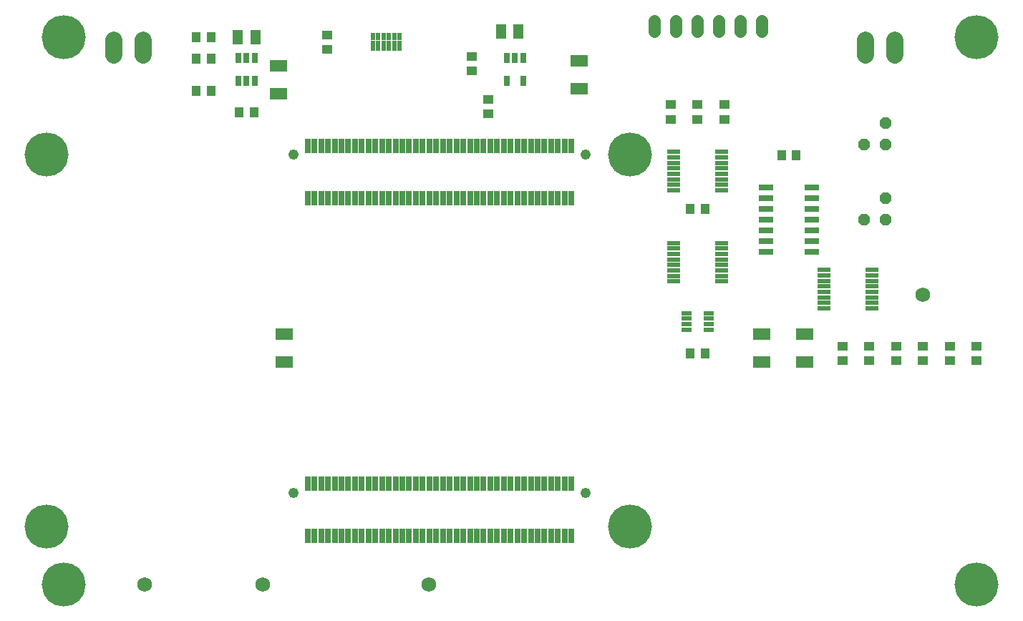
<source format=gts>
G75*
%MOIN*%
%OFA0B0*%
%FSLAX24Y24*%
%IPPOS*%
%LPD*%
%AMOC8*
5,1,8,0,0,1.08239X$1,22.5*
%
%ADD10R,0.0260X0.0650*%
%ADD11C,0.0480*%
%ADD12C,0.2049*%
%ADD13R,0.0474X0.0237*%
%ADD14R,0.0230X0.0380*%
%ADD15R,0.0230X0.0480*%
%ADD16C,0.0789*%
%ADD17R,0.0500X0.0430*%
%ADD18R,0.0430X0.0500*%
%ADD19R,0.0297X0.0474*%
%ADD20R,0.0460X0.0680*%
%ADD21R,0.0820X0.0560*%
%ADD22C,0.0680*%
%ADD23OC8,0.0560*%
%ADD24R,0.0630X0.0217*%
%ADD25R,0.0690X0.0316*%
%ADD26C,0.0560*%
D10*
X015009Y004354D03*
X015324Y004354D03*
X015639Y004354D03*
X015954Y004354D03*
X016269Y004354D03*
X016584Y004354D03*
X016899Y004354D03*
X017214Y004354D03*
X017529Y004354D03*
X017844Y004354D03*
X018159Y004354D03*
X018474Y004354D03*
X018789Y004354D03*
X019104Y004354D03*
X019419Y004354D03*
X019734Y004354D03*
X020049Y004354D03*
X020364Y004354D03*
X020679Y004354D03*
X020994Y004354D03*
X021309Y004354D03*
X021624Y004354D03*
X021939Y004354D03*
X022254Y004354D03*
X022569Y004354D03*
X022883Y004354D03*
X023198Y004354D03*
X023513Y004354D03*
X023828Y004354D03*
X024143Y004354D03*
X024458Y004354D03*
X024773Y004354D03*
X025088Y004354D03*
X025403Y004354D03*
X025718Y004354D03*
X026033Y004354D03*
X026348Y004354D03*
X026663Y004354D03*
X026978Y004354D03*
X027293Y004354D03*
X027293Y006783D03*
X026978Y006783D03*
X026663Y006783D03*
X026348Y006783D03*
X026033Y006783D03*
X025718Y006783D03*
X025403Y006783D03*
X025088Y006783D03*
X024773Y006783D03*
X024458Y006783D03*
X024143Y006783D03*
X023828Y006783D03*
X023513Y006783D03*
X023198Y006783D03*
X022883Y006783D03*
X022569Y006783D03*
X022254Y006783D03*
X021939Y006783D03*
X021624Y006783D03*
X021309Y006783D03*
X020994Y006783D03*
X020679Y006783D03*
X020364Y006783D03*
X020049Y006783D03*
X019734Y006783D03*
X019419Y006783D03*
X019104Y006783D03*
X018789Y006783D03*
X018474Y006783D03*
X018159Y006783D03*
X017844Y006783D03*
X017529Y006783D03*
X017214Y006783D03*
X016899Y006783D03*
X016584Y006783D03*
X016269Y006783D03*
X015954Y006783D03*
X015639Y006783D03*
X015324Y006783D03*
X015009Y006783D03*
X015009Y020102D03*
X015324Y020102D03*
X015639Y020102D03*
X015954Y020102D03*
X016269Y020102D03*
X016584Y020102D03*
X016899Y020102D03*
X017214Y020102D03*
X017529Y020102D03*
X017844Y020102D03*
X018159Y020102D03*
X018474Y020102D03*
X018789Y020102D03*
X019104Y020102D03*
X019419Y020102D03*
X019734Y020102D03*
X020049Y020102D03*
X020364Y020102D03*
X020679Y020102D03*
X020994Y020102D03*
X021309Y020102D03*
X021624Y020102D03*
X021939Y020102D03*
X022254Y020102D03*
X022569Y020102D03*
X022883Y020102D03*
X023198Y020102D03*
X023513Y020102D03*
X023828Y020102D03*
X024143Y020102D03*
X024458Y020102D03*
X024773Y020102D03*
X025088Y020102D03*
X025403Y020102D03*
X025718Y020102D03*
X026033Y020102D03*
X026348Y020102D03*
X026663Y020102D03*
X026978Y020102D03*
X027293Y020102D03*
X027293Y022531D03*
X026978Y022531D03*
X026663Y022531D03*
X026348Y022531D03*
X026033Y022531D03*
X025718Y022531D03*
X025403Y022531D03*
X025088Y022531D03*
X024773Y022531D03*
X024458Y022531D03*
X024143Y022531D03*
X023828Y022531D03*
X023513Y022531D03*
X023198Y022531D03*
X022883Y022531D03*
X022569Y022531D03*
X022254Y022531D03*
X021939Y022531D03*
X021624Y022531D03*
X021309Y022531D03*
X020994Y022531D03*
X020679Y022531D03*
X020364Y022531D03*
X020049Y022531D03*
X019734Y022531D03*
X019419Y022531D03*
X019104Y022531D03*
X018789Y022531D03*
X018474Y022531D03*
X018159Y022531D03*
X017844Y022531D03*
X017529Y022531D03*
X017214Y022531D03*
X016899Y022531D03*
X016584Y022531D03*
X016269Y022531D03*
X015954Y022531D03*
X015639Y022531D03*
X015324Y022531D03*
X015009Y022531D03*
D11*
X014364Y022117D03*
X027938Y022117D03*
X027938Y006369D03*
X014364Y006369D03*
D12*
X003663Y002100D03*
X002844Y004781D03*
X030009Y004781D03*
X046163Y002100D03*
X030009Y022104D03*
X046163Y027600D03*
X003663Y027600D03*
X002844Y022104D03*
D13*
X032651Y014734D03*
X032651Y014478D03*
X032651Y014222D03*
X032651Y013966D03*
X033675Y013966D03*
X033675Y014222D03*
X033675Y014478D03*
X033675Y014734D03*
D14*
X019288Y027620D03*
X019038Y027620D03*
X018788Y027620D03*
X018538Y027620D03*
X018288Y027620D03*
X018038Y027620D03*
D15*
X018038Y027170D03*
X018288Y027170D03*
X018538Y027170D03*
X018788Y027170D03*
X019038Y027170D03*
X019288Y027170D03*
D16*
X007352Y027454D02*
X007352Y026746D01*
X005974Y026746D02*
X005974Y027454D01*
X040974Y027454D02*
X040974Y026746D01*
X042352Y026746D02*
X042352Y027454D01*
D17*
X034413Y024440D03*
X034413Y023760D03*
X033163Y023760D03*
X031913Y023760D03*
X031913Y024440D03*
X033163Y024440D03*
X023413Y024690D03*
X023413Y024010D03*
X022663Y026010D03*
X022663Y026690D03*
X015913Y027010D03*
X015913Y027690D03*
X039913Y013190D03*
X039913Y012510D03*
X041163Y012510D03*
X041163Y013190D03*
X042413Y013190D03*
X042413Y012510D03*
X043663Y012510D03*
X043663Y013190D03*
X044913Y013190D03*
X044913Y012510D03*
X046163Y012510D03*
X046163Y013190D03*
D18*
X033503Y012850D03*
X032823Y012850D03*
X032823Y019600D03*
X033503Y019600D03*
X037073Y022100D03*
X037753Y022100D03*
X012503Y024100D03*
X011823Y024100D03*
X010503Y025100D03*
X009823Y025100D03*
X009823Y026600D03*
X010503Y026600D03*
X010503Y027600D03*
X009823Y027600D03*
D19*
X011789Y026631D03*
X012163Y026631D03*
X012537Y026631D03*
X012537Y025569D03*
X012163Y025569D03*
X011789Y025569D03*
X024289Y025569D03*
X025037Y025569D03*
X025037Y026631D03*
X024663Y026631D03*
X024289Y026631D03*
D20*
X024003Y027850D03*
X024823Y027850D03*
X012573Y027600D03*
X011753Y027600D03*
D21*
X013663Y026250D03*
X013663Y024950D03*
X027663Y025200D03*
X027663Y026500D03*
X036163Y013750D03*
X036163Y012450D03*
X038163Y012450D03*
X038163Y013750D03*
X013913Y013750D03*
X013913Y012450D03*
D22*
X012913Y002100D03*
X007413Y002100D03*
X020663Y002100D03*
X043663Y015600D03*
D23*
X041913Y019100D03*
X040913Y019100D03*
X041913Y020100D03*
X041913Y022600D03*
X040913Y022600D03*
X041913Y023600D03*
D24*
X034275Y022245D03*
X034275Y021989D03*
X034275Y021733D03*
X034275Y021477D03*
X034275Y021221D03*
X034275Y020965D03*
X034275Y020709D03*
X034275Y020454D03*
X032055Y020454D03*
X032055Y020709D03*
X032055Y020965D03*
X032055Y021221D03*
X032055Y021477D03*
X032055Y021733D03*
X032055Y021989D03*
X032055Y022245D03*
X032055Y017995D03*
X032055Y017739D03*
X032055Y017483D03*
X032055Y017227D03*
X032055Y016971D03*
X032055Y016715D03*
X032055Y016459D03*
X032055Y016204D03*
X034275Y016204D03*
X034275Y016459D03*
X034275Y016715D03*
X034275Y016971D03*
X034275Y017227D03*
X034275Y017483D03*
X034275Y017739D03*
X034275Y017995D03*
X039055Y016745D03*
X039055Y016489D03*
X039055Y016233D03*
X039055Y015977D03*
X039055Y015721D03*
X039055Y015465D03*
X039055Y015209D03*
X039055Y014954D03*
X041275Y014954D03*
X041275Y015209D03*
X041275Y015465D03*
X041275Y015721D03*
X041275Y015977D03*
X041275Y016233D03*
X041275Y016489D03*
X041275Y016745D03*
D25*
X038476Y017600D03*
X038476Y018100D03*
X038476Y018600D03*
X038476Y019100D03*
X038476Y019600D03*
X038476Y020100D03*
X038476Y020600D03*
X036350Y020600D03*
X036350Y020100D03*
X036350Y019600D03*
X036350Y019100D03*
X036350Y018600D03*
X036350Y018100D03*
X036350Y017600D03*
D26*
X036163Y027860D02*
X036163Y028340D01*
X035163Y028340D02*
X035163Y027860D01*
X034163Y027860D02*
X034163Y028340D01*
X033163Y028340D02*
X033163Y027860D01*
X032163Y027860D02*
X032163Y028340D01*
X031163Y028340D02*
X031163Y027860D01*
M02*

</source>
